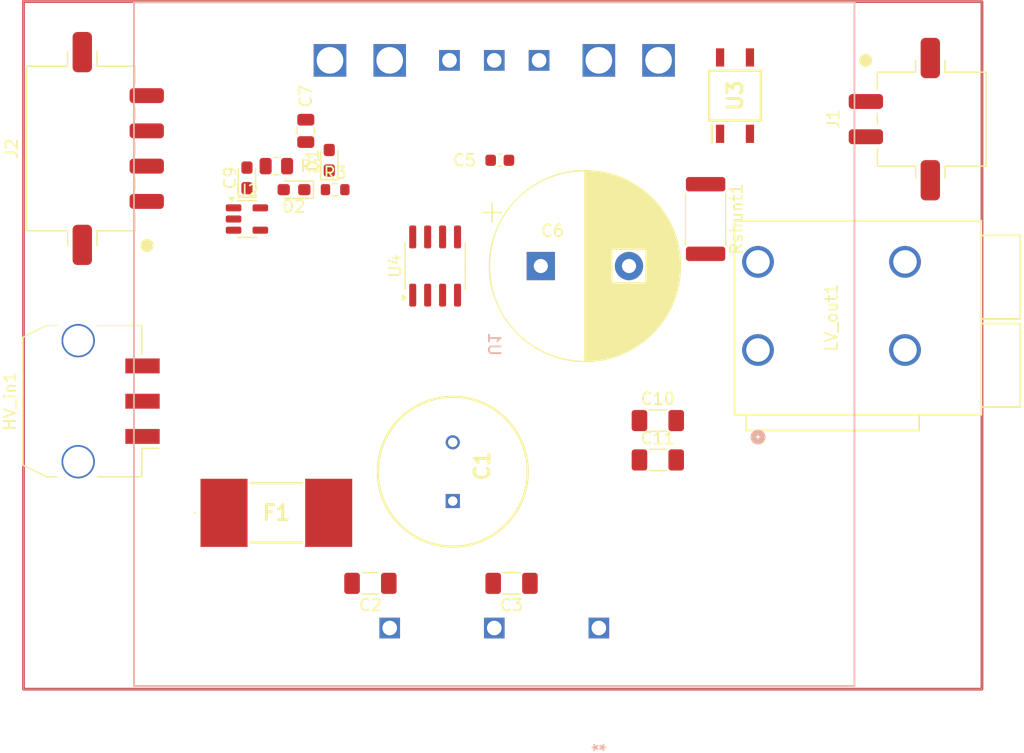
<source format=kicad_pcb>
(kicad_pcb (version 20240108) (generator "pcbnew") (generator_version "8.0")
  (layers (0 "F.Cu" signal) (31 "B.Cu" signal) (34 "B.Paste" user) (35 "F.Paste" user) (36 "B.SilkS" user "B.Silkscreen") (37 "F.SilkS" user "F.Silkscreen") (38 "B.Mask" user) (39 "F.Mask" user) (44 "Edge.Cuts" user))
  (net 0 "")
  (net 1 "/HV-")
  (net 2 "Net-(U1-+S)")
  (net 3 "GND")
  (net 5 "Net-(U1-BasePlate)")
  (net 6 "/HV+")
  (net 7 "/LV_Cmeasure")
  (net 8 "Net-(R3-Pad2)")
  (net 9 "+3V3")
  (net 10 "Net-(D1-A)")
  (net 11 "Net-(D1-K)")
  (net 13 "Net-(BT1-+)")
  (net 14 "/TEMP_TSDCDC")
  (net 15 "Net-(LV_out1-Pin_1)")
  (net 16 "Net-(U1-CNT)")
  (net 17 "Net-(D3-K)")
  (net 18 "Net-(Q1-D)")
  (footprint "Capacitor_SMD:C_1206_3216Metric_Pad1.33x1.80mm_HandSolder" (layer "F.Cu") (at 174.9375 101.5)
    (property "Reference" "C11" (at 0 -1.85 0) (layer "F.SilkS"))
    (property "Value" "22n 2kV Y Class")
    (fp_line (start -0.711252 -0.91) (end 0.711252 -0.91) (stroke (width 0.12)) (layer "F.SilkS"))
    (fp_line (start -0.711252 0.91) (end 0.711252 0.91) (stroke (width 0.12)) (layer "F.SilkS"))
    (pad "1" smd roundrect (at -1.5625 0) (size 1.325 1.8) (layers "F.Cu" "F.Paste" "F.Mask") (roundrect_rratio 0.188679) (net 2 "Net-(U1-+S)"))
    (pad "2" smd roundrect (at 1.5625 0) (size 1.325 1.8) (layers "F.Cu" "F.Paste" "F.Mask") (roundrect_rratio 0.188679) (net 5 "Net-(U1-BasePlate)"))
  )
  (footprint "Resistor_SMD:R_0603_1608Metric" (layer "F.Cu") (at 147.5 78.5)
    (property "Reference" "R3" (at 0 -1.43 0) (layer "F.SilkS"))
    (property "Value" "220")
    (fp_line (start -0.237258 -0.5225) (end 0.237258 -0.5225) (stroke (width 0.12)) (layer "F.SilkS"))
    (fp_line (start -0.237258 0.5225) (end 0.237258 0.5225) (stroke (width 0.12)) (layer "F.SilkS"))
    (pad "1" smd roundrect (at -0.825 0) (size 0.8 0.95) (layers "F.Cu" "F.Paste" "F.Mask") (net 11 "Net-(D1-K)"))
    (pad "2" smd roundrect (at 0.825 0) (size 0.8 0.95) (layers "F.Cu" "F.Paste" "F.Mask") (net 8 "Net-(R3-Pad2)"))
  )
  (footprint "Capacitor_SMD:C_1206_3216Metric_Pad1.33x1.80mm_HandSolder" (layer "F.Cu") (at 162.5 112 180)
    (property "Reference" "C3" (at 0 -1.85 0) (layer "F.SilkS"))
    (property "Value" "390p 2kV Y Class")
    (fp_line (start -0.711252 0.91) (end 0.711252 0.91) (stroke (width 0.12)) (layer "F.SilkS"))
    (fp_line (start -0.711252 -0.91) (end 0.711252 -0.91) (stroke (width 0.12)) (layer "F.SilkS"))
    (pad "1" smd roundrect (at -1.5625 0 180) (size 1.325 1.8) (layers "F.Cu" "F.Paste" "F.Mask") (roundrect_rratio 0.188679) (net 5 "Net-(U1-BasePlate)"))
    (pad "2" smd roundrect (at 1.5625 0 180) (size 1.325 1.8) (layers "F.Cu" "F.Paste" "F.Mask") (roundrect_rratio 0.188679) (net 1 "/HV-"))
  )
  (footprint "FaSTTUBe_connectors:Micro_Mate-N-Lok_2p_horizontal" (layer "F.Cu") (at 198.1075 72.5 90)
    (property "Reference" "J1" (at 0 -8.25 90) (layer "F.SilkS"))
    (property "Value" "MMN-Lok_2p_h")
    (fp_line (start 2.5 -4.5) (end 4 -4.5) (stroke (width 0.12)) (layer "F.SilkS"))
    (fp_line (start -0.5 -4.5) (end 0.5 -4.5) (stroke (width 0.12)) (layer "F.SilkS"))
    (fp_line (start -4 -4.5) (end -2.5 -4.5) (stroke (width 0.12)) (layer "F.SilkS"))
    (fp_line (start 5 -1.25) (end 4 -1.25) (stroke (width 0.12)) (layer "F.SilkS"))
    (fp_line (start 4 -1.25) (end 4 -4.5) (stroke (width 0.12)) (layer "F.SilkS"))
    (fp_line (start -4 -1.25) (end -4 -4.5) (stroke (width 0.12)) (layer "F.SilkS"))
    (fp_line (start -4 -1.25) (end -5 -1.25) (stroke (width 0.12)) (layer "F.SilkS"))
    (fp_line (start 4 1.25) (end 5 1.25) (stroke (width 0.12)) (layer "F.SilkS"))
    (fp_line (start -4 1.25) (end -4 4.75) (stroke (width 0.12)) (layer "F.SilkS"))
    (fp_line (start -5 1.25) (end -4 1.25) (stroke (width 0.12)) (layer "F.SilkS"))
    (fp_line (start 4 4.75) (end 4 1.25) (stroke (width 0.12)) (layer "F.SilkS"))
    (fp_line (start -4 4.75) (end 4 4.75) (stroke (width 0.12)) (layer "F.SilkS"))
    (fp_circle (center 5 -5.5) (end 5.5 -5.5) (stroke (width 0.12)) (fill solid) (layer "F.SilkS"))
    (pad "" smd roundrect (at -5.2 0 90) (size 3.43 1.65) (layers "F.Cu" "F.Paste" "F.Mask"))
    (pad "" smd roundrect (at 5.2 0 90) (size 3.43 1.65) (layers "F.Cu" "F.Paste" "F.Mask"))
    (pad "1" smd roundrect (at 1.5 -5.48 90) (size 1.27 2.92) (layers "F.Cu" "F.Paste" "F.Mask") (net 10 "Net-(D1-A)"))
    (pad "2" smd roundrect (at -1.5 -5.48 90) (size 1.27 2.92) (layers "F.Cu" "F.Paste" "F.Mask") (net 13 "Net-(BT1-+)"))
  )
  (footprint "Diode_SMD:D_0603_1608Metric_Pad1.05x0.95mm_HandSolder" (layer "F.Cu") (at 140 77.5 90)
    (property "Reference" "C9" (at 0 -1.43 90) (layer "F.SilkS"))
    (property "Value" "100n")
    (fp_line (start 0.8 -0.735) (end -1.66 -0.735) (stroke (width 0.12)) (layer "F.SilkS"))
    (fp_line (start -1.66 -0.735) (end -1.66 0.735) (stroke (width 0.12)) (layer "F.SilkS"))
    (fp_line (start -1.66 0.735) (end 0.8 0.735) (stroke (width 0.12)) (layer "F.SilkS"))
    (pad "1" smd roundrect (at -0.875 0 90) (size 1.05 0.95) (layers "F.Cu" "F.Paste" "F.Mask") (net 9 "+3V3"))
    (pad "2" smd roundrect (at 0.875 0 90) (size 1.05 0.95) (layers "F.Cu" "F.Paste" "F.Mask") (net 3 "GND"))
  )
  (footprint "footprints:CAPPRD500W60D1275H2200" (layer "F.Cu") (at 157.5 105 90)
    (property "Reference" "C1" (at 3 2.5 90) (layer "F.SilkS") (effects (font (size 1.27 1.27) (thickness 0.254))))
    (property "Value" "22µ 420 VDC" (hide yes))
    (fp_circle (center 2.5 0) (end 2.5 6.375) (stroke (width 0.2)) (fill none) (layer "F.SilkS"))
    (pad "1" thru_hole rect (at 0 0 90) (size 1.2 1.2) (drill 0.8) (layers "*.Cu" "*.Mask") (net 17 "Net-(D3-K)"))
    (pad "2" thru_hole circle (at 5 0 90) (size 1.2 1.2) (drill 0.8) (layers "*.Cu" "*.Mask") (net 1 "/HV-"))
  )
  (footprint "Diode_SMD:D_0603_1608Metric_Pad1.05x0.95mm_HandSolder" (layer "F.Cu") (at 147 76 90)
    (property "Reference" "D1" (at 0 -1.43 90) (layer "F.SilkS"))
    (property "Value" "D")
    (fp_line (start 0.8 -0.735) (end -1.66 -0.735) (stroke (width 0.12)) (layer "F.SilkS"))
    (fp_line (start -1.66 -0.735) (end -1.66 0.735) (stroke (width 0.12)) (layer "F.SilkS"))
    (fp_line (start -1.66 0.735) (end 0.8 0.735) (stroke (width 0.12)) (layer "F.SilkS"))
    (pad "1" smd roundrect (at -0.875 0 90) (size 1.05 0.95) (layers "F.Cu" "F.Paste" "F.Mask") (net 11 "Net-(D1-K)"))
    (pad "2" smd roundrect (at 0.875 0 90) (size 1.05 0.95) (layers "F.Cu" "F.Paste" "F.Mask") (net 10 "Net-(D1-A)"))
  )
  (footprint "Capacitor_SMD:C_0805_2012Metric" (layer "F.Cu") (at 145 73.5 90)
    (property "Reference" "C7" (at 2.95 0 90) (layer "F.SilkS"))
    (property "Value" "6200 pF")
    (fp_line (start -0.261252 -0.735) (end 0.261252 -0.735) (stroke (width 0.12)) (layer "F.SilkS"))
    (fp_line (start -0.261252 0.735) (end 0.261252 0.735) (stroke (width 0.12)) (layer "F.SilkS"))
    (pad "1" smd roundrect (at -0.95 0 90) (size 1 1.45) (layers "F.Cu" "F.Paste" "F.Mask") (net 7 "/LV_Cmeasure"))
    (pad "2" smd roundrect (at 0.95 0 90) (size 1 1.45) (layers "F.Cu" "F.Paste" "F.Mask") (net 3 "GND"))
  )
  (footprint "Capacitor_SMD:C_1206_3216Metric_Pad1.33x1.80mm_HandSolder" (layer "F.Cu") (at 150.5 112 180)
    (property "Reference" "C2" (at 0 -1.85 0) (layer "F.SilkS"))
    (property "Value" "390p 2kV Y Class")
    (fp_line (start -0.711252 0.91) (end 0.711252 0.91) (stroke (width 0.12)) (layer "F.SilkS"))
    (fp_line (start -0.711252 -0.91) (end 0.711252 -0.91) (stroke (width 0.12)) (layer "F.SilkS"))
    (pad "1" smd roundrect (at -1.5625 0 180) (size 1.325 1.8) (layers "F.Cu" "F.Paste" "F.Mask") (roundrect_rratio 0.188679) (net 17 "Net-(D3-K)"))
    (pad "2" smd roundrect (at 1.5625 0 180) (size 1.325 1.8) (layers "F.Cu" "F.Paste" "F.Mask") (roundrect_rratio 0.188679) (net 5 "Net-(U1-BasePlate)"))
  )
  (footprint "Capacitor_SMD:C_0603_1608Metric" (layer "F.Cu") (at 161.5 76)
    (property "Reference" "C5" (at -3 0 0) (layer "F.SilkS"))
    (property "Value" "2.2µ")
    (fp_line (start -0.14058 -0.51) (end 0.14058 -0.51) (stroke (width 0.12)) (layer "F.SilkS"))
    (fp_line (start -0.14058 0.51) (end 0.14058 0.51) (stroke (width 0.12)) (layer "F.SilkS"))
    (pad "1" smd roundrect (at -0.775 0) (size 0.9 0.95) (layers "F.Cu" "F.Paste" "F.Mask") (net 2 "Net-(U1-+S)"))
    (pad "2" smd roundrect (at 0.775 0) (size 0.9 0.95) (layers "F.Cu" "F.Paste" "F.Mask") (net 3 "GND"))
  )
  (footprint "Capacitor_THT:CP_Radial_D16.0mm_P7.50mm" (layer "F.Cu") (at 164.987246 85)
    (property "Reference" "C6" (at 1 -3 0) (layer "F.SilkS"))
    (property "Value" "820µ")
    (fp_line (start -4.939491 -4.555) (end -3.339491 -4.555) (stroke (width 0.12)) (layer "F.SilkS"))
    (fp_line (start -4.139491 -5.355) (end -4.139491 -3.755) (stroke (width 0.12)) (layer "F.SilkS"))
    (fp_line (start 3.75 -8.081) (end 3.75 8.081) (stroke (width 0.12)) (layer "F.SilkS"))
    (fp_line (start 3.79 -8.08) (end 3.79 8.08) (stroke (width 0.12)) (layer "F.SilkS"))
    (fp_line (start 3.83 -8.08) (end 3.83 8.08) (stroke (width 0.12)) (layer "F.SilkS"))
    (fp_line (start 3.87 -8.08) (end 3.87 8.08) (stroke (width 0.12)) (layer "F.SilkS"))
    (fp_line (start 3.91 -8.079) (end 3.91 8.079) (stroke (width 0.12)) (layer "F.SilkS"))
    (fp_line (start 3.95 -8.078) (end 3.95 8.078) (stroke (width 0.12)) (layer "F.SilkS"))
    (fp_line (start 3.99 -8.077) (end 3.99 8.077) (stroke (width 0.12)) (layer "F.SilkS"))
    (fp_line (start 4.03 -8.076) (end 4.03 8.076) (stroke (width 0.12)) (layer "F.SilkS"))
    (fp_line (start 4.07 -8.074) (end 4.07 8.074) (stroke (width 0.12)) (layer "F.SilkS"))
    (fp_line (start 4.11 -8.073) (end 4.11 8.073) (stroke (width 0.12)) (layer "F.SilkS"))
    (fp_line (start 4.15 -8.071) (end 4.15 8.071) (stroke (width 0.12)) (layer "F.SilkS"))
    (fp_line (start 4.19 -8.069) (end 4.19 8.069) (stroke (width 0.12)) (layer "F.SilkS"))
    (fp_line (start 4.23 -8.066) (end 4.23 8.066) (stroke (width 0.12)) (layer "F.SilkS"))
    (fp_line (start 4.27 -8.064) (end 4.27 8.064) (stroke (width 0.12)) (layer "F.SilkS"))
    (fp_line (start 4.31 -8.061) (end 4.31 8.061) (stroke (width 0.12)) (layer "F.SilkS"))
    (fp_line (start 4.35 -8.058) (end 4.35 8.058) (stroke (width 0.12)) (layer "F.SilkS"))
    (fp_line (start 4.39 -8.055) (end 4.39 8.055) (stroke (width 0.12)) (layer "F.SilkS"))
    (fp_line (start 4.43 -8.052) (end 4.43 8.052) (stroke (width 0.12)) (layer "F.SilkS"))
    (fp_line (start 4.471 -8.049) (end 4.471 8.049) (stroke (width 0.12)) (layer "F.SilkS"))
    (fp_line (start 4.511 -8.045) (end 4.511 8.045) (stroke (width 0.12)) (layer "F.SilkS"))
    (fp_line (start 4.551 -8.041) (end 4.551 8.041) (stroke (width 0.12)) (layer "F.SilkS"))
    (fp_line (start 4.591 -8.037) (end 4.591 8.037) (stroke (width 0.12)) (layer "F.SilkS"))
    (fp_line (start 4.631 -8.033) (end 4.631 8.033) (stroke (width 0.12)) (layer "F.SilkS"))
    (fp_line (start 4.671 -8.028) (end 4.671 8.028) (stroke (width 0.12)) (layer "F.SilkS"))
    (fp_line (start 4.711 -8.024) (end 4.711 8.024) (stroke (width 0.12)) (layer "F.SilkS"))
    (fp_line (start 4.751 -8.019) (end 4.751 8.019) (stroke (width 0.12)) (layer "F.SilkS"))
    (fp_line (start 4.791 -8.014) (end 4.791 8.014) (stroke (width 0.12)) (layer "F.SilkS"))
    (fp_line (start 4.831 -8.008) (end 4.831 8.008) (stroke (width 0.12)) (layer "F.SilkS"))
    (fp_line (start 4.871 -8.003) (end 4.871 8.003) (stroke (width 0.12)) (layer "F.SilkS"))
    (fp_line (start 4.911 -7.997) (end 4.911 7.997) (stroke (width 0.12)) (layer "F.SilkS"))
    (fp_line (start 4.951 -7.991) (end 4.951 7.991) (stroke (width 0.12)) (layer "F.SilkS"))
    (fp_line (start 4.991 -7.985) (end 4.991 7.985) (stroke (width 0.12)) (layer "F.SilkS"))
    (fp_line (start 5.031 -7.979) (end 5.031 7.979) (stroke (width 0.12)) (layer "F.SilkS"))
    (fp_line (start 5.071 -7.972) (end 5.071 7.972) (stroke (width 0.12)) (layer "F.SilkS"))
    (fp_line (start 5.111 -7.966) (end 5.111 7.966) (stroke (width 0.12)) (layer "F.SilkS"))
    (fp_line (start 5.151 -7.959) (end 5.151 7.959) (stroke (width 0.12)) (layer "F.SilkS"))
    (fp_line (start 5.191 -7.952) (end 5.191 7.952) (stroke (width 0.12)) (layer "F.SilkS"))
    (fp_line (start 5.231 -7.944) (end 5.231 7.944) (stroke (width 0.12)) (layer "F.SilkS"))
    (fp_line (start 5.271 -7.937) (end 5.271 7.937) (stroke (width 0.12)) (layer "F.SilkS"))
    (fp_line (start 5.311 -7.929) (end 5.311 7.929) (stroke (width 0.12)) (layer "F.SilkS"))
    (fp_line (start 5.351 -7.921) (end 5.351 7.921) (stroke (width 0.12)) (layer "F.SilkS"))
    (fp_line (start 5.391 -7.913) (end 5.391 7.913) (stroke (width 0.12)) (layer "F.SilkS"))
    (fp_line (start 5.431 -7.905) (end 5.431 7.905) (stroke (width 0.12)) (layer "F.SilkS"))
    (fp_line (start 5.471 -7.896) (end 5.471 7.896) (stroke (width 0.12)) (layer "F.SilkS"))
    (fp_line (start 5.511 -7.887) (end 5.511 7.887) (stroke (width 0.12)) (layer "F.SilkS"))
    (fp_line (start 5.551 -7.878) (end 5.551 7.878) (stroke (width 0.12)) (layer "F.SilkS"))
    (fp_line (start 5.591 -7.869) (end 5.591 7.869) (stroke (width 0.12)) (layer "F.SilkS"))
    (fp_line (start 5.631 -7.86) (end 5.631 7.86) (stroke (width 0.12)) (layer "F.SilkS"))
    (fp_line (start 5.671 -7.85) (end 5.671 7.85) (stroke (width 0.12)) (layer "F.SilkS"))
    (fp_line (start 5.711 -7.84) (end 5.711 7.84) (stroke (width 0.12)) (layer "F.SilkS"))
    (fp_line (start 5.751 -7.83) (end 5.751 7.83) (stroke (width 0.12)) (layer "F.SilkS"))
    (fp_line (start 5.791 -7.82) (end 5.791 7.82) (stroke (width 0.12)) (layer "F.SilkS"))
    (fp_line (start 5.831 -7.81) (end 5.831 7.81) (stroke (width 0.12)) (layer "F.SilkS"))
    (fp_line (start 5.871 -7.799) (end 5.871 7.799) (stroke (width 0.12)) (layer "F.SilkS"))
    (fp_line (start 5.911 -7.788) (end 5.911 7.788) (stroke (width 0.12)) (layer "F.SilkS"))
    (fp_line (start 5.951 -7.777) (end 5.951 7.777) (stroke (width 0.12)) (layer "F.SilkS"))
    (fp_line (start 5.991 -7.765) (end 5.991 7.765) (stroke (width 0.12)) (layer "F.SilkS"))
    (fp_line (start 6.031 -7.754) (end 6.031 7.754) (stroke (width 0.12)) (layer "F.SilkS"))
    (fp_line (start 6.071 -7.742) (end 6.071 -1.44) (stroke (width 0.12)) (layer "F.SilkS"))
    (fp_line (start 6.071 1.44) (end 6.071 7.742) (stroke (width 0.12)) (layer "F.SilkS"))
    (fp_line (start 6.111 -7.73) (end 6.111 -1.44) (stroke (width 0.12)) (layer "F.SilkS"))
    (fp_line (start 6.111 1.44) (end 6.111 7.73) (stroke (width 0.12)) (layer "F.SilkS"))
    (fp_line (start 6.151 -7.718) (end 6.151 -1.44) (stroke (width 0.12)) (layer "F.SilkS"))
    (fp_line (start 6.151 1.44) (end 6.151 7.718) (stroke (width 0.12)) (layer "F.SilkS"))
    (fp_line (start 6.191 -7.705) (end 6.191 -1.44) (stroke (width 0.12)) (layer "F.SilkS"))
    (fp_line (start 6.191 1.44) (end 6.191 7.705) (stroke (width 0.12)) (layer "F.SilkS"))
    (fp_line (start 6.231 -7.693) (end 6.231 -1.44) (stroke (width 0.12)) (layer "F.SilkS"))
    (fp_line (start 6.231 1.44) (end 6.231 7.693) (stroke (width 0.12)) (layer "F.SilkS"))
    (fp_line (start 6.271 -7.68) (end 6.271 -1.44) (stroke (width 0.12)) (layer "F.SilkS"))
    (fp_line (start 6.271 1.44) (end 6.271 7.68) (stroke (width 0.12)) (layer "F.SilkS"))
    (fp_line (start 6.311 -7.666) (end 6.311 -1.44) (stroke (width 0.12)) (layer "F.SilkS"))
    (fp_line (start 6.311 1.44) (end 6.311 7.666) (stroke (width 0.12)) (layer "F.SilkS"))
    (fp_line (start 6.351 -7.653) (end 6.351 -1.44) (stroke (width 0.12)) (layer "F.SilkS"))
    (fp_line (start 6.351 1.44) (end 6.351 7.653) (stroke (width 0.12)) (layer "F.SilkS"))
    (fp_line (start 6.391 -7.639) (end 6.391 -1.44) (stroke (width 0.12)) (layer "F.SilkS"))
    (fp_line (start 6.391 1.44) (end 6.391 7.639) (stroke (width 0.12)) (layer "F.SilkS"))
    (fp_line (start 6.431 -7.625) (end 6.431 -1.44) (stroke (width 0.12)) (layer "F.SilkS"))
    (fp_line (start 6.431 1.44) (end 6.431 7.625) (stroke (width 0.12)) (layer "F.SilkS"))
    (fp_line (start 6.471 -7.611) (end 6.471 -1.44) (stroke (width 0.12)) (layer "F.SilkS"))
    (fp_line (start 6.471 1.44) (end 6.471 7.611) (stroke (width 0.12)) (layer "F.SilkS"))
    (fp_line (start 6.511 -7.597) (end 6.511 -1.44) (stroke (width 0.12)) (layer "F.SilkS"))
    (fp_line (start 6.511 1.44) (end 6.511 7.597) (stroke (width 0.12)) (layer "F.SilkS"))
    (fp_line (start 6.551 -7.582) (end 6.551 -1.44) (stroke (width 0.12)) (layer "F.SilkS"))
    (fp_line (start 6.551 1.44) (end 6.551 7.582) (stroke (width 0.12)) (layer "F.SilkS"))
    (fp_line (start 6.591 -7.568) (end 6.591 -1.44) (stroke (width 0.12)) (layer "F.SilkS"))
    (fp_line (start 6.591 1.44) (end 6.591 7.568) (stroke (width 0.12)) (layer "F.SilkS"))
    (fp_line (start 6.631 -7.553) (end 6.631 -1.44) (stroke (width 0.12)) (layer "F.SilkS"))
    (fp_line (start 6.631 1.44) (end 6.631 7.553) (stroke (width 0.12)) (layer "F.SilkS"))
    (fp_line (start 6.671 -7.537) (end 6.671 -1.44) (stroke (width 0.12)) (layer "F.SilkS"))
    (fp_line (start 6.671 1.44) (end 6.671 7.537) (stroke (width 0.12)) (layer "F.SilkS"))
    (fp_line (start 6.711 -7.522) (end 6.711 -1.44) (stroke (width 0.12)) (layer "F.SilkS"))
    (fp_line (start 6.711 1.44) (end 6.711 7.522) (stroke (width 0.12)) (layer "F.SilkS"))
    (fp_line (start 6.751 -7.506) (end 6.751 -1.44) (stroke (width 0.12)) (layer "F.SilkS"))
    (fp_line (start 6.751 1.44) (end 6.751 7.506) (stroke (width 0.12)) (layer "F.SilkS"))
    (fp_line (start 6.791 -7.49) (end 6.791 -1.44) (stroke (width 0.12)) (layer "F.SilkS"))
    (fp_line (start 6.791 1.44) (end 6.791 7.49) (stroke (width 0.12)) (layer "F.SilkS"))
    (fp_line (start 6.831 -7.474) (end 6.831 -1.44) (stroke (width 0.12)) (layer "F.SilkS"))
    (fp_line (start 6.831 1.44) (end 6.831 7.474) (stroke (width 0.12)) (layer "F.SilkS"))
    (fp_line (start 6.871 -7.457) (end 6.871 -1.44) (stroke (width 0.12)) (layer "F.SilkS"))
    (fp_line (start 6.871 1.44) (end 6.871 7.457) (stroke (width 0.12)) (layer "F.SilkS"))
    (fp_line (start 6.911 -7.44) (end 6.911 -1.44) (stroke (width 0.12)) (layer "F.SilkS"))
    (fp_line (start 6.911 1.44) (end 6.911 7.44) (stroke (width 0.12)) (layer "F.SilkS"))
    (fp_line (start 6.951 -7.423) (end 6.951 -1.44) (stroke (width 0.12)) (layer "F.SilkS"))
    (fp_line (start 6.951 1.44) (end 6.951 7.423) (stroke (width 0.12)) (layer "F.SilkS"))
    (fp_line (start 6.991 -7.406) (end 6.991 -1.44) (stroke (width 0.12)) (layer "F.SilkS"))
    (fp_line (start 6.991 1.44) (end 6.991 7.406) (stroke (width 0.12)) (layer "F.SilkS"))
    (fp_line (start 7.031 -7.389) (end 7.031 -1.44) (stroke (width 0.12)) (layer "F.SilkS"))
    (fp_line (start 7.031 1.44) (end 7.031 7.389) (stroke (width 0.12)) (layer "F.SilkS"))
    (fp_line (start 7.071 -7.371) (end 7.071 -1.44) (stroke (width 0.12)) (layer "F.SilkS"))
    (fp_line (start 7.071 1.44) (end 7.071 7.371) (stroke (width 0.12)) (layer "F.SilkS"))
    (fp_line (start 7.111 -7.353) (end 7.111 -1.44) (stroke (width 0.12)) (layer "F.SilkS"))
    (fp_line (start 7.111 1.44) (end 7.111 7.353) (stroke (width 0.12)) (layer "F.SilkS"))
    (fp_line (start 7.151 -7.334) (end 7.151 -1.44) (stroke (width 0.12)) (layer "F.SilkS"))
    (fp_line (start 7.151 1.44) (end 7.151 7.334) (stroke (width 0.12)) (layer "F.SilkS"))
    (fp_line (start 7.191 -7.316) (end 7.191 -1.44) (stroke (width 0.12)) (layer "F.SilkS"))
    (fp_line (start 7.191 1.44) (end 7.191 7.316) (stroke (width 0.12)) (layer "F.SilkS"))
    (fp_line (start 7.231 -7.297) (end 7.231 -1.44) (stroke (width 0.12)) (layer "F.SilkS"))
    (fp_line (start 7.231 1.44) (end 7.231 7.297) (stroke (width 0.12)) (layer "F.SilkS"))
    (fp_line (start 7.271 -7.278) (end 7.271 -1.44) (stroke (width 0.12)) (layer "F.SilkS"))
    (fp_line (start 7.271 1.44) (end 7.271 7.278) (stroke (width 0.12)) (layer "F.SilkS"))
    (fp_line (start 7.311 -7.258) (end 7.311 -1.44) (stroke (width 0.12)) (layer "F.SilkS"))
    (fp_line (start 7.311 1.44) (end 7.311 7.258) (stroke (width 0.12)) (layer "F.SilkS"))
    (fp_line (start 7.351 -7.239) (end 7.351 -1.44) (stroke (width 0.12)) (layer "F.SilkS"))
    (fp_line (start 7.351 1.44) (end 7.351 7.239) (stroke (width 0.12)) (layer "F.SilkS"))
    (fp_line (start 7.391 -7.219) (end 7.391 -1.44) (stroke (width 0.12)) (layer "F.SilkS"))
    (fp_line (start 7.391 1.44) (end 7.391 7.219) (stroke (width 0.12)) (layer "F.SilkS"))
    (fp_line (start 7.431 -7.199) (end 7.431 -1.44) (stroke (width 0.12)) (layer "F.SilkS"))
    (fp_line (start 7.431 1.44) (end 7.431 7.199) (stroke (width 0.12)) (layer "F.SilkS"))
    (fp_line (start 7.471 -7.178) (end 7.471 -1.44) (stroke (width 0.12)) (layer "F.SilkS"))
    (fp_line (start 7.471 1.44) (end 7.471 7.178) (stroke (width 0.12)) (layer "F.SilkS"))
    (fp_line (start 7.511 -7.157) (end 7.511 -1.44) (stroke (width 0.12)) (layer "F.SilkS"))
    (fp_line (start 7.511 1.44) (end 7.511 7.157) (stroke (width 0.12)) (layer "F.SilkS"))
    (fp_line (start 7.551 -7.136) (end 7.551 -1.44) (stroke (width 0.12)) (layer "F.SilkS"))
    (fp_line (start 7.551 1.44) (end 7.551 7.136) (stroke (width 0.12)) (layer "F.SilkS"))
    (fp_line (start 7.591 -7.115) (end 7.591 -1.44) (stroke (width 0.12)) (layer "F.SilkS"))
    (fp_line (start 7.591 1.44) (end 7.591 7.115) (stroke (width 0.12)) (layer "F.SilkS"))
    (fp_line (start 7.631 -7.094) (end 7.631 -1.44) (stroke (width 0.12)) (layer "F.SilkS"))
    (fp_line (start 7.631 1.44) (end 7.631 7.094) (stroke (width 0.12)) (layer "F.SilkS"))
    (fp_line (start 7.671 -7.072) (end 7.671 -1.44) (stroke (width 0.12)) (layer "F.SilkS"))
    (fp_line (start 7.671 1.44) (end 7.671 7.072) (stroke (width 0.12)) (layer "F.SilkS"))
    (fp_line (start 7.711 -7.049) (end 7.711 -1.44) (stroke (width 0.12)) (layer "F.SilkS"))
    (fp_line (start 7.711 1.44) (end 7.711 7.049) (stroke (width 0.12)) (layer "F.SilkS"))
    (fp_line (start 7.751 -7.027) (end 7.751 -1.44) (stroke (width 0.12)) (layer "F.SilkS"))
    (fp_line (start 7.751 1.44) (end 7.751 7.027) (stroke (width 0.12)) (layer "F.SilkS"))
    (fp_line (start 7.791 -7.004) (end 7.791 -1.44) (stroke (width 0.12)) (layer "F.SilkS"))
    (fp_line (start 7.791 1.44) (end 7.791 7.004) (stroke (width 0.12)) (layer "F.SilkS"))
    (fp_line (start 7.831 -6.981) (end 7.831 -1.44) (stroke (width 0.12)) (layer "F.SilkS"))
    (fp_line (start 7.831 1.44) (end 7.831 6.981) (stroke (width 0.12)) (layer "F.SilkS"))
    (fp_line (start 7.871 -6.958) (end 7.871 -1.44) (stroke (width 0.12)) (layer "F.SilkS"))
    (fp_line (start 7.871 1.44) (end 7.871 6.958) (stroke (width 0.12)) (layer "F.SilkS"))
    (fp_line (start 7.911 -6.934) (end 7.911 -1.44) (stroke (width 0.12)) (layer "F.SilkS"))
    (fp_line (start 7.911 1.44) (end 7.911 6.934) (stroke (width 0.12)) (layer "F.SilkS"))
    (fp_line (start 7.951 -6.91) (end 7.951 -1.44) (stroke (width 0.12)) (layer "F.SilkS"))
    (fp_line (start 7.951 1.44) (end 7.951 6.91) (stroke (width 0.12)) (layer "F.SilkS"))
    (fp_line (start 7.991 -6.886) (end 7.991 -1.44) (stroke (width 0.12)) (layer "F.SilkS"))
    (fp_line (start 7.991 1.44) (end 7.991 6.886) (stroke (width 0.12)) (layer "F.SilkS"))
    (fp_line (start 8.031 -6.861) (end 8.031 -1.44) (stroke (width 0.12)) (layer "F.SilkS"))
    (fp_line (start 8.031 1.44) (end 8.031 6.861) (stroke (width 0.12)) (layer "F.SilkS"))
    (fp_line (start 8.071 -6.836) (end 8.071 -1.44) (stroke (width 0.12)) (layer "F.SilkS"))
    (fp_line (start 8.071 1.44) (end 8.071 6.836) (stroke (width 0.12)) (layer "F.SilkS"))
    (fp_line (start 8.111 -6.811) (end 8.111 -1.44) (stroke (width 0.12)) (layer "F.SilkS"))
    (fp_line (start 8.111 1.44) (end 8.111 6.811) (stroke (width 0.12)) (layer "F.SilkS"))
    (fp_line (start 8.151 -6.785) (end 8.151 -1.44) (stroke (width 0.12)) (layer "F.SilkS"))
    (fp_line (start 8.151 1.44) (end 8.151 6.785) (stroke (width 0.12)) (layer "F.SilkS"))
    (fp_line (start 8.191 -6.759) (end 8.191 -1.44) (stroke (width 0.12)) (layer "F.SilkS"))
    (fp_line (start 8.191 1.44) (end 8.191 6.759) (stroke (width 0.12)) (layer "F.SilkS"))
    (fp_line (start 8.231 -6.733) (end 8.231 -1.44) (stroke (width 0.12)) (layer "F.SilkS"))
    (fp_line (start 8.231 1.44) (end 8.231 6.733) (stroke (width 0.12)) (layer "F.SilkS"))
    (fp_line (start 8.271 -6.706) (end 8.271 -1.44) (stroke (width 0.12)) (layer "F.SilkS"))
    (fp_line (start 8.271 1.44) (end 8.271 6.706) (stroke (width 0.12)) (layer "F.SilkS"))
    (fp_line (start 8.311 -6.679) (end 8.311 -1.44) (stroke (width 0.12)) (layer "F.SilkS"))
    (fp_line (start 8.311 1.44) (end 8.311 6.679) (stroke (width 0.12)) (layer "F.SilkS"))
    (fp_line (start 8.351 -6.652) (end 8.351 -1.44) (stroke (width 0.12)) (layer "F.SilkS"))
    (fp_line (start 8.351 1.44) (end 8.351 6.652) (stroke (width 0.12)) (layer "F.SilkS"))
    (fp_line (start 8.391 -6.624) (end 8.391 -1.44) (stroke (width 0.12)) (layer "F.SilkS"))
    (fp_line (start 8.391 1.44) (end 8.391 6.624) (stroke (width 0.12)) (layer "F.SilkS"))
    (fp_line (start 8.431 -6.596) (end 8.431 -1.44) (stroke (width 0.12)) (layer "F.SilkS"))
    (fp_line (start 8.431 1.44) (end 8.431 6.596) (stroke (width 0.12)) (layer "F.SilkS"))
    (fp_line (start 8.471 -6.568) (end 8.471 -1.44) (stroke (width 0.12)) (layer "F.SilkS"))
    (fp_line (start 8.471 1.44) (end 8.471 6.568) (stroke (width 0.12)) (layer "F.SilkS"))
    (fp_line (start 8.511 -6.539) (end 8.511 -1.44) (stroke (width 0.12)) (layer "F.SilkS"))
    (fp_line (start 8.511 1.44) (end 8.511 6.539) (stroke (width 0.12)) (layer "F.SilkS"))
    (fp_line (start 8.551 -6.51) (end 8.551 -1.44) (stroke (width 0.12)) (layer "F.SilkS"))
    (fp_line (start 8.551 1.44) (end 8.551 6.51) (stroke (width 0.12)) (layer "F.SilkS"))
    (fp_line (start 8.591 -6.48) (end 8.591 -1.44) (stroke (width 0.12)) (layer "F.SilkS"))
    (fp_line (start 8.591 1.44) (end 8.591 6.48) (stroke (width 0.12)) (layer "F.SilkS"))
    (fp_line (start 8.631 -6.45) (end 8.631 -1.44) (stroke (width 0.12)) (layer "F.SilkS"))
    (fp_line (start 8.631 1.44) (end 8.631 6.45) (stroke (width 0.12)) (layer "F.SilkS"))
    (fp_line (start 8.671 -6.42) (end 8.671 -1.44) (stroke (width 0.12)) (layer "F.SilkS"))
    (fp_line (start 8.671 1.44) (end 8.671 6.42) (stroke (width 0.12)) (layer "F.SilkS"))
    (fp_line (start 8.711 -6.39) (end 8.711 -1.44) (stroke (width 0.12)) (layer "F.SilkS"))
    (fp_line (start 8.711 1.44) (end 8.711 6.39) (stroke (width 0.12)) (layer "F.SilkS"))
    (fp_line (start 8.751 -6.358) (end 8.751 -1.44) (stroke (width 0.12)) (layer "F.SilkS"))
    (fp_line (start 8.751 1.44) (end 8.751 6.358) (stroke (width 0.12)) (layer "F.SilkS"))
    (fp_line (start 8.791 -6.327) (end 8.791 -1.44) (stroke (width 0.12)) (layer "F.SilkS"))
    (fp_line (start 8.791 1.44) (end 8.791 6.327) (stroke (width 0.12)) (layer "F.SilkS"))
    (fp_line (start 8.831 -6.295) (end 8.831 -1.44) (stroke (width 0.12)) (layer "F.SilkS"))
    (fp_line (start 8.831 1.44) (end 8.831 6.295) (stroke (width 0.12)) (layer "F.SilkS"))
    (fp_line (start 8.871 -6.263) (end 8.871 -1.44) (stroke (width 0.12)) (layer "F.SilkS"))
    (fp_line (start 8.871 1.44) (end 8.871 6.263) (stroke (width 0.12)) (layer "F.SilkS"))
    (fp_line (start 8.911 -6.23) (end 8.911 -1.44) (stroke (width 0.12)) (layer "F.SilkS"))
    (fp_line (start 8.911 1.44) (end 8.911 6.23) (stroke (width 0.12)) (layer "F.SilkS"))
    (fp_line (start 8.951 -6.197) (end 8.951 6.197) (stroke (width 0.12)) (layer "F.SilkS"))
    (fp_line (start 8.991 -6.163) (end 8.991 6.163) (stroke (width 0.12)) (layer "F.SilkS"))
    (fp_line (start 9.031 -6.129) (end 9.031 6.129) (stroke (width 0.12)) (layer "F.SilkS"))
    (fp_line (start 9.071 -6.095) (end 9.071 6.095) (stroke (width 0.12)) (layer "F.SilkS"))
    (fp_line (start 9.111 -6.06) (end 9.111 6.06) (stroke (width 0.12)) (layer "F.SilkS"))
    (fp_line (start 9.151 -6.025) (end 9.151 6.025) (stroke (width 0.12)) (layer "F.SilkS"))
    (fp_line (start 9.191 -5.989) (end 9.191 5.989) (stroke (width 0.12)) (layer "F.SilkS"))
    (fp_line (start 9.231 -5.952) (end 9.231 5.952) (stroke (width 0.12)) (layer "F.SilkS"))
    (fp_line (start 9.271 -5.916) (end 9.271 5.916) (stroke (width 0.12)) (layer "F.SilkS"))
    (fp_line (start 9.311 -5.878) (end 9.311 5.878) (stroke (width 0.12)) (layer "F.SilkS"))
    (fp_line (start 9.351 -5.84) (end 9.351 5.84) (stroke (width 0.12)) (layer "F.SilkS"))
    (fp_line (start 9.391 -5.802) (end 9.391 5.802) (stroke (width 0.12)) (layer "F.SilkS"))
    (fp_line (start 9.431 -5.763) (end 9.431 5.763) (stroke (width 0.12)) (layer "F.SilkS"))
    (fp_line (start 9.471 -5.724) (end 9.471 5.724) (stroke (width 0.12)) (layer "F.SilkS"))
    (fp_line (start 9.511 -5.684) (end 9.511 5.684) (stroke (width 0.12)) (layer "F.SilkS"))
    (fp_line (start 9.551 -5.643) (end 9.551 5.643) (stroke (width 0.12)) (layer "F.SilkS"))
    (fp_line (start 9.591 -5.602) (end 9.591 5.602) (stroke (width 0.12)) (layer "F.SilkS"))
    (fp_line (start 9.631 -5.56) (end 9.631 5.56) (stroke (width 0.12)) (layer "F.SilkS"))
    (fp_line (start 9.671 -5.518) (end 9.671 5.518) (stroke (width 0.12)) (layer "F.SilkS"))
    (fp_line (start 9.711 -5.475) (end 9.711 5.475) (stroke (width 0.12)) (layer "F.SilkS"))
    (fp_line (start 9.751 -5.432) (end 9.751 5.432) (stroke (width 0.12)) (layer "F.SilkS"))
    (fp_line (start 9.791 -5.388) (end 9.791 5.388) (stroke (width 0.12)) (layer "F.SilkS"))
    (fp_line (start 9.831 -5.343) (end 9.831 5.343) (stroke (width 0.12)) (layer "F.SilkS"))
    (fp_line (start 9.871 -5.297) (end 9.871 5.297) (stroke (width 0.12)) (layer "F.SilkS"))
    (fp_line (start 9.911 -5.251) (end 9.911 5.251) (stroke (width 0.12)) (layer "F.SilkS"))
    (fp_line (start 9.951 -5.204) (end 9.951 5.204) (stroke (width 0.12)) (layer "F.SilkS"))
    (fp_line (start 9.991 -5.156) (end 9.991 5.156) (stroke (width 0.12)) (layer "F.SilkS"))
    (fp_line (start 10.031 -5.108) (end 10.031 5.108) (stroke (width 0.12)) (layer "F.SilkS"))
    (fp_line (start 10.071 -5.059) (end 10.071 5.059) (stroke (width 0.12)) (layer "F.SilkS"))
    (fp_line (start 10.111 -5.009) (end 10.111 5.009) (stroke (width 0.12)) (layer "F.SilkS"))
    (fp_line (start 10.151 -4.958) (end 10.151 4.958) (stroke (width 0.12)) (layer "F.SilkS"))
    (fp_line (start 10.191 -4.906) (end 10.191 4.906) (stroke (width 0.12)) (layer "F.SilkS"))
    (fp_line (start 10.231 -4.854) (end 10.231 4.854) (stroke (width 0.12)) (layer "F.SilkS"))
    (fp_line (start 10.271 -4.8) (end 10.271 4.8) (stroke (width 0.12)) (layer "F.SilkS"))
    (fp_line (start 10.311 -4.746) (end 10.311 4.746) (stroke (width 0.12)) (layer "F.SilkS"))
    (fp_line (start 10.351 -4.691) (end 10.351 4.691) (stroke (width 0.12)) (layer "F.SilkS"))
    (fp_line (start 10.391 -4.634) (end 10.391 4.634) (stroke (width 0.12)) (layer "F.SilkS"))
    (fp_line (start 10.431 -4.577) (end 10.431 4.577) (stroke (width 0.12)) (layer "F.SilkS"))
    (fp_line (start 10.471 -4.519) (end 10.471 4.519) (stroke (width 0.12)) (layer "F.SilkS"))
    (fp_line (start 10.511 -4.459) (end 10.511 4.459) (stroke (width 0.12)) (layer "F.SilkS"))
    (fp_line (start 10.551 -4.398) (end 10.551 4.398) (stroke (width 0.12)) (layer "F.SilkS"))
    (fp_line (start 10.591 -4.336) (end 10.591 4.336) (stroke (width 0.12)) (layer "F.SilkS"))
    (fp_line (start 10.631 -4.273) (end 10.631 4.273) (stroke (width 0.12)) (layer "F.SilkS"))
    (fp_line (start 10.671 -4.209) (end 10.671 4.209) (stroke (width 0.12)) (layer "F.SilkS"))
    (fp_line (start 10.711 -4.143) (end 10.711 4.143) (stroke (width 0.12)) (layer "F.SilkS"))
    (fp_line (start 10.751 -4.076) (end 10.751 4.076) (stroke (width 0.12)) (layer "F.SilkS"))
    (fp_line (start 10.791 -4.007) (end 10.791 4.007) (stroke (width 0.12)) (layer "F.SilkS"))
    (fp_line (start 10.831 -3.936) (end 10.831 3.936) (stroke (width 0.12)) (layer "F.SilkS"))
    (fp_line (start 10.871 -3.864) (end 10.871 3.864) (stroke (width 0.12)) (layer "F.SilkS"))
    (fp_line (start 10.911 -3.79) (end 10.911 3.79) (stroke (width 0.12)) (layer "F.SilkS"))
    (fp_line (start 10.951 -3.715) (end 10.951 3.715) (stroke (width 0.12)) (layer "F.SilkS"))
    (fp_line (start 10.991 -3.637) (end 10.991 3.637) (stroke (width 0.12)) (layer "F.SilkS"))
    (fp_line (start 11.031 -3.557) (end 11.031 3.557) (stroke (width 0.12)) (layer "F.SilkS"))
    (fp_line (start 11.071 -3.475) (end 11.071 3.475) (stroke (width 0.12)) (layer "F.SilkS"))
    (fp_line (start 11.111 -3.39) (end 11.111 3.39) (stroke (width 0.12)) (layer "F.SilkS"))
    (fp_line (start 11.151 -3.303) (end 11.151 3.303) (stroke (width 0.12)) (layer "F.SilkS"))
    (fp_line (start 11.191 -3.213) (end 11.191 3.213) (stroke (width 0.12)) (layer "F.SilkS"))
    (fp_line (start 11.231 -3.12) (end 11.231 3.12) (stroke (width 0.12)) (layer "F.SilkS"))
    (fp_line (start 11.271 -3.024) (end 11.271 3.024) (stroke (width 0.12)) (layer "F.SilkS"))
    (fp_line (start 11.311 -2.924) (end 11.311 2.924) (stroke (width 0.12)) (layer "F.SilkS"))
    (fp_line (start 11.351 -2.82) (end 11.351 2.82) (stroke (width 0.12)) (layer "F.SilkS"))
    (fp_line (start 11.391 -2.711) (end 11.391 2.711) (stroke (width 0.12)) (layer "F.SilkS"))
    (fp_line (start 11.431 -2.597) (end 11.431 2.597) (stroke (width 0.12)) (layer "F.SilkS"))
    (fp_line (start 11.471 -2.478) (end 11.471 2.478) (stroke (width 0.12)) (layer "F.SilkS"))
    (fp_line (start 11.511 -2.351) (end 11.511 2.351) (stroke (width 0.12)) (layer "F.SilkS"))
    (fp_line (start 11.551 -2.218) (end 11.551 2.218) (stroke (width 0.12)) (layer "F.SilkS"))
    (fp_line (start 11.591 -2.074) (end 11.591 2.074) (stroke (width 0.12)) (layer "F.SilkS"))
    (fp_line (start 11.631 -1.92) (end 11.631 1.92) (stroke (width 0.12)) (layer "F.SilkS"))
    (fp_line (start 11.671 -1.752) (end 11.671 1.752) (stroke (width 0.12)) (layer "F.SilkS"))
    (fp_line (start 11.711 -1.564) (end 11.711 1.564) (stroke (width 0.12)) (layer "F.SilkS"))
    (fp_line (start 11.751 -1.351) (end 11.751 1.351) (stroke (width 0.12)) (layer "F.SilkS"))
    (fp_line (start 11.791 -1.098) (end 11.791 1.098) (stroke (width 0.12)) (layer "F.SilkS"))
    (fp_line (start 11.831 -0.765) (end 11.831 0.765) (stroke (width 0.12)) (layer "F.SilkS"))
    (fp_circle (center 3.75 0) (end 11.87 0) (stroke (width 0.12)) (fill none) (layer "F.SilkS"))
    (pad "1" thru_hole rect (at 0 0) (size 2.4 2.4) (drill 1.2) (layers "*.Cu" "*.Mask") (net 2 "Net-(U1-+S)"))
    (pad "2" thru_hole circle (at 7.5 0) (size 2.4 2.4) (drill 1.2) (layers "*.Cu" "*.Mask") (net 3 "GND"))
  )
  (footprint "Resistor_SMD:R_0805_2012Metric" (layer "F.Cu") (at 142.5 76.5 180)
    (property "Reference" "R2" (at -3 0 0) (layer "F.SilkS"))
    (property "Value" "250k 0.1%")
    (fp_line (start -0.227064 0.735) (end 0.227064 0.735) (stroke (width 0.12)) (layer "F.SilkS"))
    (fp_line (start -0.227064 -0.735) (end 0.227064 -0.735) (stroke (width 0.12)) (layer "F.SilkS"))
    (pad "1" smd roundrect (at -0.9125 0 180) (size 1.025 1.4) (layers "F.Cu" "F.Paste" "F.Mask") (roundrect_rratio 0.243902) (net 7 "/LV_Cmeasure"))
    (pad "2" smd roundrect (at 0.9125 0 180) (size 1.025 1.4) (layers "F.Cu" "F.Paste" "F.Mask") (roundrect_rratio 0.243902) (net 3 "GND"))
  )
  (footprint "footprints:0ACG5000TE" (layer "F.Cu") (at 142.5 106)
    (property "Reference" "F1" (at 0 0 0) (layer "F.SilkS") (effects (font (size 1.27 1.27) (thickness 0.254))))
    (property "Value" "450VDC 5 A" (hide yes))
    (fp_line (start -7 0) (end -7 0) (stroke (width 0.1)) (layer "F.SilkS"))
    (fp_line (start -6.9 0) (end -6.9 0) (stroke (width 0.1)) (layer "F.SilkS"))
    (fp_line (start -2.2 -2.525) (end 2.2 -2.525) (stroke (width 0.2)) (layer "F.SilkS"))
    (fp_line (start -2.2 2.525) (end 2.2 2.525) (stroke (width 0.2)) (layer "F.SilkS"))
    (fp_arc (start -7 0) (mid -6.95 -0.05) (end -6.9 0) (stroke (width 0.1)) (layer "F.SilkS"))
    (fp_arc (start -6.9 0) (mid -6.95 0.05) (end -7 0) (stroke (width 0.1)) (layer "F.SilkS"))
    (pad "1" smd rect (at -4.45 0) (size 4 5.8) (layers "F.Cu" "F.Paste" "F.Mask") (net 6 "/HV+"))
    (pad "2" smd rect (at 4.45 0) (size 4 5.8) (layers "F.Cu" "F.Paste" "F.Mask") (net 18 "Net-(Q1-D)"))
  )
  (footprint "footprints:SOP254P700X210-4N" (layer "F.Cu") (at 181.5 70.5 90)
    (property "Reference" "U3" (at 0 0 90) (layer "F.SilkS") (effects (font (size 1.27 1.27) (thickness 0.254))))
    (property "Value" "140356145200" (hide yes))
    (fp_line (start 2.125 -2.2) (end 2.125 2.2) (stroke (width 0.2)) (layer "F.SilkS"))
    (fp_line (start -2.125 -2.2) (end 2.125 -2.2) (stroke (width 0.2)) (layer "F.SilkS"))
    (fp_line (start -4.025 -1.97) (end -2.475 -1.97) (stroke (width 0.2)) (layer "F.SilkS"))
    (fp_line (start 2.125 2.2) (end -2.125 2.2) (stroke (width 0.2)) (layer "F.SilkS"))
    (fp_line (start -2.125 2.2) (end -2.125 -2.2) (stroke (width 0.2)) (layer "F.SilkS"))
    (pad "1" smd rect (at -3.25 -1.27 180) (size 0.7 1.55) (layers "F.Cu" "F.Paste" "F.Mask"))
    (pad "2" smd rect (at -3.25 1.27 180) (size 0.7 1.55) (layers "F.Cu" "F.Paste" "F.Mask"))
    (pad "3" smd rect (at 3.25 1.27 180) (size 0.7 1.55) (layers "F.Cu" "F.Paste" "F.Mask"))
    (pad "4" smd rect (at 3.25 -1.27 180) (size 0.7 1.55) (layers "F.Cu" "F.Paste" "F.Mask"))
  )
  (footprint "Resistor_SMD:R_2512_6332Metric" (layer "F.Cu") (at 179 81 -90)
    (property "Reference" "Rshunt1" (at 0 -2.62 90) (layer "F.SilkS"))
    (property "Value" "2m 450VDC 5W 1%")
    (fp_line (start -2.177064 1.71) (end 2.177064 1.71) (stroke (width 0.12)) (layer "F.SilkS"))
    (fp_line (start -2.177064 -1.71) (end 2.177064 -1.71) (stroke (width 0.12)) (layer "F.SilkS"))
    (pad "1" smd roundrect (at -2.9625 0 270) (size 1.225 3.35) (layers "F.Cu" "F.Paste" "F.Mask") (roundrect_rratio 0.204082) (net 2 "Net-(U1-+S)"))
    (pad "2" smd roundrect (at 2.9625 0 270) (size 1.225 3.35) (layers "F.Cu" "F.Paste" "F.Mask") (roundrect_rratio 0.204082) (net 15 "Net-(LV_out1-Pin_1)"))
  )
  (footprint "Connector_Molex:Molex_Micro-Fit_3.0_43650-0310_1x03-1MP_P3.00mm_Horizontal_PnP" (layer "F.Cu") (at 126 96.5 90)
    (property "Reference" "HV_in1" (at 0 -6.15 90) (layer "F.SilkS"))
    (property "Value" "43650-0310")
    (fp_line (start 5.435 -5.06) (end 6.435 -3.06) (stroke (width 0.12)) (layer "F.SilkS"))
    (fp_line (start 0 -5.06) (end 5.435 -5.06) (stroke (width 0.12)) (layer "F.SilkS"))
    (fp_line (start 0 -5.06) (end -5.435 -5.06) (stroke (width 0.12)) (layer "F.SilkS"))
    (fp_line (start -5.435 -5.06) (end -6.435 -3.06) (stroke (width 0.12)) (layer "F.SilkS"))
    (fp_line (start 6.435 -3.06) (end 6.435 -2.14) (stroke (width 0.12)) (layer "F.SilkS"))
    (fp_line (start -6.435 -3.06) (end -6.435 -2.14) (stroke (width 0.12)) (layer "F.SilkS"))
    (fp_line (start 6.435 1.29) (end 6.435 5.06) (stroke (width 0.12)) (layer "F.SilkS"))
    (fp_line (start -6.435 1.29) (end -6.435 5.06) (stroke (width 0.12)) (layer "F.SilkS"))
    (fp_line (start 6.435 5.06) (end 4.005 5.06) (stroke (width 0.12)) (layer "F.SilkS"))
    (fp_line (start -4.005 5.06) (end -4.005 6.52) (stroke (width 0.12)) (layer "F.SilkS"))
    (fp_line (start -6.435 5.06) (end -4.005 5.06) (stroke (width 0.12)) (layer "F.SilkS"))
    (pad "1" smd rect (at -3 5.12 90) (size 1.27 2.92) (layers "F.Cu" "F.Paste" "F.Mask") (net 6 "/HV+"))
    (pad "2" smd rect (at 0 5.12 90) (size 1.27 2.92) (layers "F.Cu" "F.Paste" "F.Mask"))
    (pad "3" smd rect (at 3 5.12 90) (size 1.27 2.92) (layers "F.Cu" "F.Paste" "F.Mask") (net 1 "/HV-"))
    (pad "MP" thru_hole circle (at -5.15 -0.35 90) (size 2.84 2.84) (drill 2.54) (layers "*.Cu" "*.Mask"))
    (pad "MP" thru_hole circle (at 5.15 -0.35 90) (size 2.84 2.84) (drill 2.54) (layers "*.Cu" "*.Mask"))
  )
  (footprint "Diode_SMD:D_0603_1608Metric_Pad1.05x0.95mm_HandSolder" (layer "F.Cu") (at 144 78.5 180)
    (property "Reference" "D2" (at 0 -1.43 0) (layer "F.SilkS"))
    (property "Value" "D")
    (fp_line (start 0.8 -0.735) (end -1.66 -0.735) (stroke (width 0.12)) (layer "F.SilkS"))
    (fp_line (start -1.66 0.735) (end 0.8 0.735) (stroke (width 0.12)) (layer "F.SilkS"))
    (fp_line (start -1.66 -0.735) (end -1.66 0.735) (stroke (width 0.12)) (layer "F.SilkS"))
    (pad "1" smd roundrect (at -0.875 0 180) (size 1.05 0.95) (layers "F.Cu" "F.Paste" "F.Mask") (net 11 "Net-(D1-K)"))
    (pad "2" smd roundrect (at 0.875 0 180) (size 1.05 0.95) (layers "F.Cu" "F.Paste" "F.Mask") (net 9 "+3V3"))
  )
  (footprint "Package_TO_SOT_SMD:SOT-23-5" (layer "F.Cu") (at 140 81)
    (property "Reference" "U2" (at 0 -2.4 0) (layer "F.SilkS"))
    (property "Value" "INA138")
    (fp_line (start 0 -1.56) (end -0.8 -1.56) (stroke (width 0.12)) (layer "F.SilkS"))
    (fp_line (start 0 -1.56) (end 0.8 -1.56) (stroke (width 0.12)) (layer "F.SilkS"))
    (fp_line (start 0 1.56) (end -0.8 1.56) (stroke (width 0.12)) (layer "F.SilkS"))
    (fp_line (start 0 1.56) (end 0.8 1.56) (stroke (width 0.12)) (layer "F.SilkS"))
    (fp_poly (pts (xy -1.3 -1.51) (xy -1.54 -1.84) (xy -1.06 -1.84) (xy -1.3 -1.51)) (stroke (width 0.12)) (fill solid) (layer "F.SilkS"))
    (pad "1" smd roundrect (at -1.1375 -0.95) (size 1.325 0.6) (layers "F.Cu" "F.Paste" "F.Mask") (net 7 "/LV_Cmeasure"))
    (pad "2" smd roundrect (at -1.1375 0) (size 1.325 0.6) (layers "F.Cu" "F.Paste" "F.Mask") (net 3 "GND"))
    (pad "3" smd roundrect (at -1.1375 0.95) (size 1.325 0.6) (layers "F.Cu" "F.Paste" "F.Mask") (net 2 "Net-(U1-+S)"))
    (pad "4" smd roundrect (at 1.1375 0.95) (size 1.325 0.6) (layers "F.Cu" "F.Paste" "F.Mask") (net 15 "Net-(LV_out1-Pin_1)"))
    (pad "5" smd roundrect (at 1.1375 -0.95) (size 1.325 0.6) (layers "F.Cu" "F.Paste" "F.Mask") (net 2 "Net-(U1-+S)"))
  )
  (footprint "FaSTTUBe_connectors:Micro_Mate-N-Lok_4p_horizontal" (layer "F.Cu") (at 126 75 -90)
    (property "Reference" "J2" (at 0 6 90) (layer "F.SilkS"))
    (property "Value" "MMN_Lok_4p_h")
    (fp_line (start -7 4.75) (end 7 4.75) (stroke (width 0.12)) (layer "F.SilkS"))
    (fp_line (start 7 4.75) (end 7 1.25) (stroke (width 0.12)) (layer "F.SilkS"))
    (fp_line (start -8.25 1.25) (end -7 1.25) (stroke (width 0.12)) (layer "F.SilkS"))
    (fp_line (start -7 1.25) (end -7 4.75) (stroke (width 0.12)) (layer "F.SilkS"))
    (fp_line (start 7 1.25) (end 8.25 1.25) (stroke (width 0.12)) (layer "F.SilkS"))
    (fp_line (start -7 -1.25) (end -8.25 -1.25) (stroke (width 0.12)) (layer "F.SilkS"))
    (fp_line (start -7 -1.25) (end -7 -4.5) (stroke (width 0.12)) (layer "F.SilkS"))
    (fp_line (start 7 -1.25) (end 7 -4.5) (stroke (width 0.12)) (layer "F.SilkS"))
    (fp_line (start 8.25 -1.25) (end 7 -1.25) (stroke (width 0.12)) (layer "F.SilkS"))
    (fp_line (start -7 -4.5) (end -5.5 -4.5) (stroke (width 0.12)) (layer "F.SilkS"))
    (fp_line (start -3.5 -4.5) (end -2.5 -4.5) (stroke (width 0.12)) (layer "F.SilkS"))
    (fp_line (start -0.5 -4.5) (end 0.5 -4.5) (stroke (width 0.12)) (layer "F.SilkS"))
    (fp_line (start 2.5 -4.5) (end 3.5 -4.5) (stroke (width 0.12)) (layer "F.SilkS"))
    (fp_line (start 7 -4.5) (end 5.5 -4.5) (stroke (width 0.12)) (layer "F.SilkS"))
    (fp_circle (center 8.25 -5.5) (end 8.75 -5.5) (stroke (width 0.12)) (fill solid) (layer "F.SilkS"))
    (pad "" smd roundrect (at -8.2 0 270) (size 3.43 1.65) (layers "F.Cu" "F.Paste" "F.Mask"))
    (pad "" smd roundrect (at 8.2 0 270) (size 3.43 1.65) (layers "F.Cu" "F.Paste" "F.Mask"))
    (pad "1" smd roundrect (at 4.5 -5.48 270) (size 1.27 2.92) (layers "F.Cu" "F.Paste" "F.Mask") (net 9 "+3V3"))
    (pad "2" smd roundrect (at 1.5 -5.48 270) (size 1.27 2.92) (layers "F.Cu" "F.Paste" "F.Mask") (net 7 "/LV_Cmeasure"))
    (pad "3" smd roundrect (at -1.5 -5.48 270) (size 1.27 2.92) (layers "F.Cu" "F.Paste" "F.Mask") (net 14 "/TEMP_TSDCDC"))
    (pad "4" smd roundrect (at -4.5 -5.48 270) (size 1.27 2.92) (layers "F.Cu" "F.Paste" "F.Mask") (net 3 "GND"))
  )
  (footprint "Capacitor_SMD:C_1206_3216Metric_Pad1.33x1.80mm_HandSolder" (layer "F.Cu") (at 174.9375 98.15)
    (property "Reference" "C10" (at 0 -1.85 0) (layer "F.SilkS"))
    (property "Value" "22n 2kV Y Class")
    (fp_line (start -0.711252 -0.91) (end 0.711252 -0.91) (stroke (width 0.12)) (layer "F.SilkS"))
    (fp_line (start -0.711252 0.91) (end 0.711252 0.91) (stroke (width 0.12)) (layer "F.SilkS"))
    (pad "1" smd roundrect (at -1.5625 0) (size 1.325 1.8) (layers "F.Cu" "F.Paste" "F.Mask") (roundrect_rratio 0.188679) (net 5 "Net-(U1-BasePlate)"))
    (pad "2" smd roundrect (at 1.5625 0) (size 1.325 1.8) (layers "F.Cu" "F.Paste" "F.Mask") (roundrect_rratio 0.188679) (net 3 "GND"))
  )
  (footprint "Package_SO:SOIC-8_3.9x4.9mm_P1.27mm" (layer "F.Cu") (at 156 85 90)
    (property "Reference" "U4" (at 0 -3.4 90) (layer "F.SilkS"))
    (property "Value" "TMP36xS")
    (fp_line (start 0 -2.56) (end 1.95 -2.56) (stroke (width 0.12)) (layer "F.SilkS"))
    (fp_line (start 0 -2.56) (end -1.95 -2.56) (stroke (width 0.12)) (layer "F.SilkS"))
    (fp_line (start 0 2.56) (end 1.95 2.56) (stroke (width 0.12)) (layer "F.SilkS"))
    (fp_line (start 0 2.56) (end -1.95 2.56) (stroke (width 0.12)) (layer "F.SilkS"))
    (fp_poly (pts (xy -2.7 -2.465) (xy -2.94 -2.795) (xy -2.46 -2.795) (xy -2.7 -2.465)) (stroke (width 0.12)) (fill solid) (layer "F.SilkS"))
    (pad "1" smd roundrect (at -2.475 -1.905 90) (size 1.95 0.6) (layers "F.Cu" "F.Paste" "F.Mask") (net 14 "/TEMP_TSDCDC"))
    (pad "2" smd roundrect (at -2.475 -0.635 90) (size 1.95 0.6) (layers "F.Cu" "F.Paste" "F.Mask"))
    (pad "3" smd roundrect (at -2.475 0.635 90) (size 1.95 0.6) (layers "F.Cu" "F.Paste" "F.Mask"))
    (pad "4" smd roundrect (at -2.475 1.905 90) (size 1.95 0.6) (layers "F.Cu" "F.Paste" "F.Mask") (net 3 "GND"))
    (pad "5" smd roundrect (at 2.475 1.905 90) (size 1.95 0.6) (layers "F.Cu" "F.Paste" "F.Mask") (net 9 "+3V3"))
    (pad "6" smd roundrect (at 2.475 0.635 90) (size 1.95 0.6) (layers "F.Cu" "F.Paste" "F.Mask"))
    (pad "7" smd roundrect (at 2.475 -0.635 90) (size 1.95 0.6) (layers "F.Cu" "F.Paste" "F.Mask"))
    (pad "8" smd roundrect (at 2.475 -1.905 90) (size 1.95 0.6) (layers "F.Cu" "F.Paste" "F.Mask") (net 9 "+3V3"))
  )
  (footprint "footprints:CONN2_2606-1102_WAG" (layer "F.Cu") (at 183.4549 92.1451 90)
    (property "Reference" "LV_out1" (at 2.75 6.25 90) (layer "F.SilkS"))
    (property "Value" "Wago 2606-1102")
    (fp_circle (center -7.405001 0) (end -7.024001 0) (stroke (width 0.508)) (fill none) (layer "B.SilkS"))
    (fp_line (start 11.000001 -2.000001) (end 11.000001 19) (stroke (width 0.1524)) (layer "F.SilkS"))
    (fp_line (start -5.500001 -2.000001) (end 11.000001 -2.000001) (stroke (width 0.1524)) (layer "F.SilkS"))
    (fp_line (start -5.500002 -1) (end -6.850002 -1) (stroke (width 0.1524)) (layer "F.SilkS"))
    (fp_line (start -5.500002 13.700001) (end -6.850002 13.700001) (stroke (width 0.1524)) (layer "F.SilkS"))
    (fp_line (start -6.850002 13.700001) (end -6.850002 -1) (stroke (width 0.1524)) (layer "F.SilkS"))
    (fp_line (start 9.750001 19) (end 9.750001 22.300001) (stroke (width 0.1524)) (layer "F.SilkS"))
    (fp_line (start 2.65 19) (end 2.65 22.300001) (stroke (width 0.1524)) (layer "F.SilkS"))
    (fp_line (start 2.250001 19) (end 2.250001 22.300001) (stroke (width 0.1524)) (layer "F.SilkS"))
    (fp_line (start -4.85 19) (end -4.85 22.300001) (stroke (width 0.1524)) (layer "F.SilkS"))
    (fp_line (start -5.500001 19) (end -5.500001 -2.000001) (stroke (width 0.1524)) (layer "F.SilkS"))
    (fp_line (start -5.500001 19) (end 11.000001 19) (stroke (width 0.1524)) (layer "F.SilkS"))
    (fp_line (start 2.65 22.300001) (end 9.749998 22.300001) (stroke (width 0.1524)) (layer "F.SilkS"))
    (fp_line (start -4.85 22.300001) (end 2.249998 22.300001) (stroke (width 0.1524)) (layer "F.SilkS"))
    (fp_circle (center -7.405001 0) (end -7.024001 0) (stroke (width 0.508)) (fill none) (layer "F.SilkS"))
    (pad "1" thru_hole circle (at 0 0 90) (size 2.7 2.7) (drill 2) (layers "*.Cu" "*.Mask") (net 3 "GND"))
    (pad "2" thru_hole circle (at 0 12.5 90) (size 2.7 2.7) (drill 2) (layers "*.Cu" "*.Mask"))
    (pad "3" thru_hole circle (at 7.5 0 90) (size 2.7 2.7) (drill 2) (layers "*.Cu" "*.Mask") (net 15 "Net-(LV_out1-Pin_1)"))
    (pad "4" thru_hole circle (at 7.5 12.5 90) (size 2.7 2.7) (drill 2) (layers "*.Cu" "*.Mask"))
  )
  (footprint "footprints:PH300A_thru_PH600A_TDK" (layer "B.Cu") (at 169.92 115.8 90)
    (property "Reference" "U1" (at 24.150002 -8.89 -90) (layer "B.SilkS") (effects (justify mirror)))
    (property "Value" "PH600A280-24")
    (fp_line (start 53.233002 -39.527811) (end -4.932998 -39.527811) (stroke (width 0.1524)) (layer "B.SilkS"))
    (fp_line (start -4.932998 -39.527811) (end -4.932998 21.736989) (stroke (width 0.1524)) (layer "B.SilkS"))
    (fp_line (start 53.233002 21.736989) (end 53.233002 -39.527811) (stroke (width 0.1524)) (layer "B.SilkS"))
    (fp_line (start -4.932998 21.736989) (end 53.233002 21.736989) (stroke (width 0.1524)) (layer "B.SilkS"))
    (fp_text user "*" (at -10.16 0 -90) (layer "B.SilkS") (effects (justify mirror)))
    (fp_text user "*" (at -10.16 0 -90) (layer "B.SilkS") (effects (justify mirror)))
    (fp_text user "*" (at -10.16 0 -90) (layer "F.SilkS") (effects (justify mirror)))
    (pad "" np_thru_hole circle (at 0 -34.29 90) (size 3.4036 3.4036) (drill 3.4036) (layers "*.Cu" "*.Mask"))
    (pad "" np_thru_hole circle (at 0 16.51 90) (size 3.4036 3.4036) (drill 3.4036) (layers "*.Cu" "*.Mask"))
    (pad "" np_thru_hole circle (at 48.300005 -34.29 90) (size 3.4036 3.4036) (drill 3.4036) (layers "*.Cu" "*.Mask"))
    (pad "" np_thru_hole circle (at 48.300005 16.51 90) (size 3.4036 3.4036) (drill 3.4036) (layers "*.Cu" "*.Mask"))
    (pad "1" thru_hole rect (at 0 0 90) (size 1.7526 1.7526) (drill 1.2446) (layers "*.Cu" "*.Mask") (net 16 "Net-(U1-CNT)"))
    (pad "2" thru_hole rect (at 0 -8.89 90) (size 1.7526 1.7526) (drill 1.2446) (layers "*.Cu" "*.Mask") (net 1 "/HV-"))
    (pad "3" thru_hole rect (at 0 -17.78 90) (size 1.7526 1.7526) (drill 1.2446) (layers "*.Cu" "*.Mask") (net 17 "Net-(D3-K)"))
    (pad "4" thru_hole rect (at 48.3 -22.86 90) (size 2.7686 2.7686) (drill 2.2606) (layers "*.Cu" "*.Mask") (net 2 "Net-(U1-+S)"))
    (pad "5" thru_hole rect (at 48.3 -17.78 90) (size 2.7686 2.7686) (drill 2.2606) (layers "*.Cu" "*.Mask") (net 2 "Net-(U1-+S)"))
    (pad "6" thru_hole rect (at 48.3 -12.7 90) (size 1.7526 1.7526) (drill 1.2446) (layers "*.Cu" "*.Mask") (net 2 "Net-(U1-+S)"))
    (pad "7" thru_hole rect (at 48.3 -8.89 90) (size 1.7526 1.7526) (drill 1.2446) (layers "*.Cu" "*.Mask"))
    (pad "8" thru_hole rect (at 48.3 -5.08 90) (size 1.7526 1.7526) (drill 1.2446) (layers "*.Cu" "*.Mask") (net 3 "GND"))
    (pad "9" thru_hole rect (at 48.3 0 90) (size 2.7686 2.7686) (drill 2.2606) (layers "*.Cu" "*.Mask") (net 3 "GND"))
    (pad "10" thru_hole rect (at 48.3 5.08 90) (size 2.7686 2.7686) (drill 2.2606) (layers "*.Cu" "*.Mask") (net 3 "GND"))
  )
  (gr_rect (start 121 62.5) (end 202.5 121) (stroke (width 0.2)) (fill none) (layer "F.Cu") (net 3))
  (gr_rect (start 121 62.5) (end 202.5 121) (stroke (width 0.2)) (fill none) (layer "F.Cu") (net 3))
  (gr_line (start 202.5 62.5) (end 202.5 121) (stroke (width 0.05)) (layer "Edge.Cuts"))
  (gr_line (start 121 121) (end 121 62.5) (stroke (width 0.05)) (layer "Edge.Cuts"))
  (gr_line (start 202.5 121) (end 121 121) (stroke (width 0.05)) (layer "Edge.Cuts"))
  (gr_line (start 121 62.5) (end 202.5 62.5) (stroke (width 0.05)) (layer "Edge.Cuts"))
)
</source>
